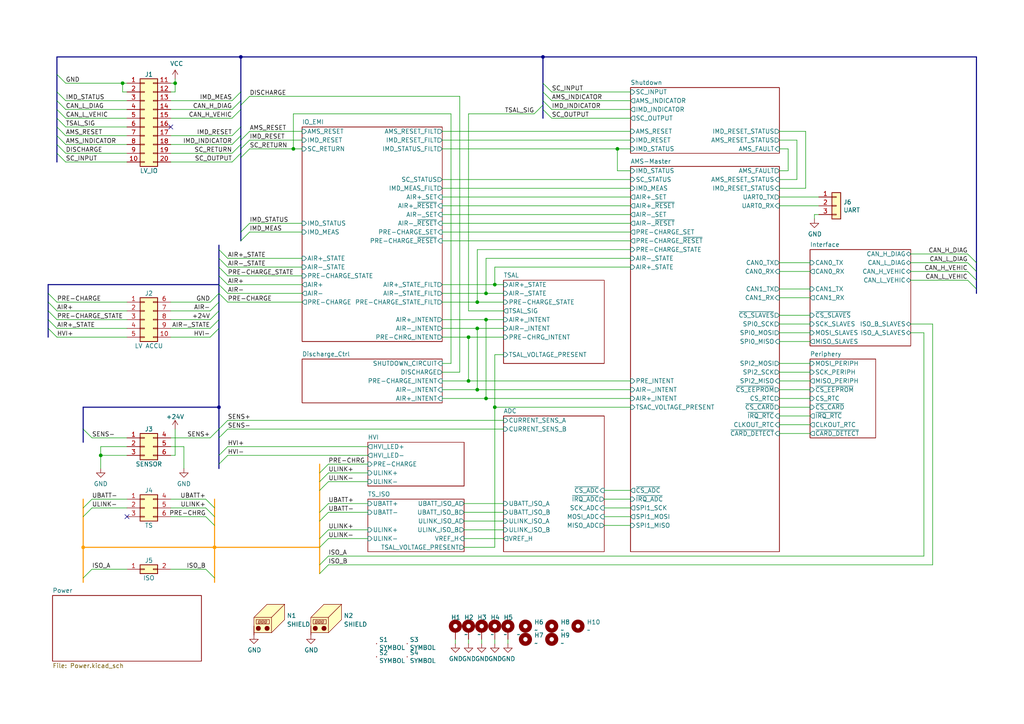
<source format=kicad_sch>
(kicad_sch (version 20211123) (generator eeschema)
  (paper "A4")
  (title_block (title "SPR23e Battery Management Unit (BMU)") (date "2023-03-25") (rev "B") (company "Scuderia Mensa HS RheinMain racing e.V.") (comment 1 "Author: Luca Engelmann") (comment 2 "Car number: 65"))
  (lib_symbols
    (symbol "Connector_Generic:Conn_01x03" (pin_names (offset 1.016) hide)
      (property "Reference" "J" (at 0 5.08 0))
      (property "Value" "Conn_01x03" (at 0 -5.08 0))
      (symbol "Conn_01x03_1_1"
        (pin passive line (at -5.08 2.54 0) (length 3.81) (name "Pin_1") (number "1"))
        (pin passive line (at -5.08 0 0) (length 3.81) (name "Pin_2") (number "2"))
        (pin passive line (at -5.08 -2.54 0) (length 3.81) (name "Pin_3") (number "3"))
      )
    )
    (symbol "Connector_Generic:Conn_02x01" (pin_names (offset 1.016) hide)
      (property "Reference" "J" (at 1.27 2.54 0))
      (property "Value" "Conn_02x01" (at 1.27 -2.54 0))
      (symbol "Conn_02x01_1_1"
        (pin passive line (at -5.08 0 0) (length 3.81) (name "Pin_1") (number "1"))
        (pin passive line (at 7.62 0 180) (length 3.81) (name "Pin_2") (number "2"))
      )
    )
    (symbol "Connector_Generic:Conn_02x03_Top_Bottom" (pin_names (offset 1.016) hide)
      (property "Reference" "J" (at 1.27 5.08 0))
      (property "Value" "Conn_02x03_Top_Bottom" (at 1.27 -5.08 0))
      (symbol "Conn_02x03_Top_Bottom_1_1"
        (pin passive line (at -5.08 2.54 0) (length 3.81) (name "Pin_1") (number "1"))
        (pin passive line (at -5.08 0 0) (length 3.81) (name "Pin_2") (number "2"))
        (pin passive line (at -5.08 -2.54 0) (length 3.81) (name "Pin_3") (number "3"))
        (pin passive line (at 7.62 2.54 180) (length 3.81) (name "Pin_4") (number "4"))
        (pin passive line (at 7.62 0 180) (length 3.81) (name "Pin_5") (number "5"))
        (pin passive line (at 7.62 -2.54 180) (length 3.81) (name "Pin_6") (number "6"))
      )
    )
    (symbol "Connector_Generic:Conn_02x05_Top_Bottom" (pin_names (offset 1.016) hide)
      (property "Reference" "J" (at 1.27 7.62 0))
      (property "Value" "Conn_02x05_Top_Bottom" (at 1.27 -7.62 0))
      (symbol "Conn_02x05_Top_Bottom_1_1"
        (pin passive line (at -5.08 5.08 0) (length 3.81) (name "Pin_1") (number "1"))
        (pin passive line (at 7.62 -5.08 180) (length 3.81) (name "Pin_10") (number "10"))
        (pin passive line (at -5.08 2.54 0) (length 3.81) (name "Pin_2") (number "2"))
        (pin passive line (at -5.08 0 0) (length 3.81) (name "Pin_3") (number "3"))
        (pin passive line (at -5.08 -2.54 0) (length 3.81) (name "Pin_4") (number "4"))
        (pin passive line (at -5.08 -5.08 0) (length 3.81) (name "Pin_5") (number "5"))
        (pin passive line (at 7.62 5.08 180) (length 3.81) (name "Pin_6") (number "6"))
        (pin passive line (at 7.62 2.54 180) (length 3.81) (name "Pin_7") (number "7"))
        (pin passive line (at 7.62 0 180) (length 3.81) (name "Pin_8") (number "8"))
        (pin passive line (at 7.62 -2.54 180) (length 3.81) (name "Pin_9") (number "9"))
      )
    )
    (symbol "Connector_Generic:Conn_02x10_Top_Bottom" (pin_names (offset 1.016) hide)
      (property "Reference" "J" (at 1.27 12.7 0))
      (property "Value" "Conn_02x10_Top_Bottom" (at 1.27 -15.24 0))
      (symbol "Conn_02x10_Top_Bottom_1_1"
        (pin passive line (at -5.08 10.16 0) (length 3.81) (name "Pin_1") (number "1"))
        (pin passive line (at -5.08 -12.7 0) (length 3.81) (name "Pin_10") (number "10"))
        (pin passive line (at 7.62 10.16 180) (length 3.81) (name "Pin_11") (number "11"))
        (pin passive line (at 7.62 7.62 180) (length 3.81) (name "Pin_12") (number "12"))
        (pin passive line (at 7.62 5.08 180) (length 3.81) (name "Pin_13") (number "13"))
        (pin passive line (at 7.62 2.54 180) (length 3.81) (name "Pin_14") (number "14"))
        (pin passive line (at 7.62 0 180) (length 3.81) (name "Pin_15") (number "15"))
        (pin passive line (at 7.62 -2.54 180) (length 3.81) (name "Pin_16") (number "16"))
        (pin passive line (at 7.62 -5.08 180) (length 3.81) (name "Pin_17") (number "17"))
        (pin passive line (at 7.62 -7.62 180) (length 3.81) (name "Pin_18") (number "18"))
        (pin passive line (at 7.62 -10.16 180) (length 3.81) (name "Pin_19") (number "19"))
        (pin passive line (at -5.08 7.62 0) (length 3.81) (name "Pin_2") (number "2"))
        (pin passive line (at 7.62 -12.7 180) (length 3.81) (name "Pin_20") (number "20"))
        (pin passive line (at -5.08 5.08 0) (length 3.81) (name "Pin_3") (number "3"))
        (pin passive line (at -5.08 2.54 0) (length 3.81) (name "Pin_4") (number "4"))
        (pin passive line (at -5.08 0 0) (length 3.81) (name "Pin_5") (number "5"))
        (pin passive line (at -5.08 -2.54 0) (length 3.81) (name "Pin_6") (number "6"))
        (pin passive line (at -5.08 -5.08 0) (length 3.81) (name "Pin_7") (number "7"))
        (pin passive line (at -5.08 -7.62 0) (length 3.81) (name "Pin_8") (number "8"))
        (pin passive line (at -5.08 -10.16 0) (length 3.81) (name "Pin_9") (number "9"))
      )
    )
    (symbol "GND_1" (power) (pin_names (offset 0))
      (property "Value" "GND_1" (at 0 -3.81 0))
      (symbol "GND_1_1_1"
        (pin power_in line (at 0 0 270) (length 0) hide (name "GND") (number "1"))
      )
    )
    (symbol "GND_2" (power) (pin_names (offset 0))
      (property "Value" "GND_2" (at 0 -3.81 0))
      (symbol "GND_2_1_1"
        (pin power_in line (at 0 0 270) (length 0) hide (name "GND") (number "1"))
      )
    )
    (symbol "GND_3" (power) (pin_names (offset 0))
      (property "Value" "GND_3" (at 0 -3.81 0))
      (symbol "GND_3_1_1"
        (pin power_in line (at 0 0 270) (length 0) hide (name "GND") (number "1"))
      )
    )
    (symbol "GND_4" (power) (pin_names (offset 0))
      (property "Value" "GND_4" (at 0 -3.81 0))
      (symbol "GND_4_1_1"
        (pin power_in line (at 0 0 270) (length 0) hide (name "GND") (number "1"))
      )
    )
    (symbol "GND_5" (power) (pin_names (offset 0))
      (property "Value" "GND_5" (at 0 -3.81 0))
      (symbol "GND_5_1_1"
        (pin power_in line (at 0 0 270) (length 0) hide (name "GND") (number "1"))
      )
    )
    (symbol "GND_6" (power) (pin_names (offset 0))
      (property "Value" "GND_6" (at 0 -3.81 0))
      (symbol "GND_6_1_1"
        (pin power_in line (at 0 0 270) (length 0) hide (name "GND") (number "1"))
      )
    )
    (symbol "GND_7" (power) (pin_names (offset 0))
      (property "Value" "GND_7" (at 0 -3.81 0))
      (symbol "GND_7_1_1"
        (pin power_in line (at 0 0 270) (length 0) hide (name "GND") (number "1"))
      )
    )
    (symbol "GND_8" (power) (pin_names (offset 0))
      (property "Value" "GND_8" (at 0 -3.81 0))
      (symbol "GND_8_1_1"
        (pin power_in line (at 0 0 270) (length 0) hide (name "GND") (number "1"))
      )
    )
    (symbol "GND_9" (power) (pin_names (offset 0))
      (property "Value" "GND_9" (at 0 -3.81 0))
      (symbol "GND_9_1_1"
        (pin power_in line (at 0 0 270) (length 0) hide (name "GND") (number "1"))
      )
    )
    (symbol "Mechanical:Housing_Pad" (pin_numbers hide) (pin_names (offset 1.016) hide)
      (property "Reference" "N" (at 4.445 0 0))
      (property "Value" "Housing_Pad" (at 4.445 -1.905 0))
      (symbol "Housing_Pad_1_1"
        (pin input line (at -5.08 -5.08 90) (length 2.54) (name "PAD") (number "1"))
      )
    )
    (symbol "Mechanical:MountingHole" (pin_names (offset 1.016))
      (property "Reference" "H" (at 0 5.08 0))
      (property "Value" "MountingHole" (at 0 3.175 0))
    )
    (symbol "Mechanical:MountingHole_Pad" (pin_numbers hide) (pin_names (offset 1.016) hide)
      (property "Reference" "H" (at 0 6.35 0))
      (property "Value" "MountingHole_Pad" (at 0 4.445 0))
      (symbol "MountingHole_Pad_1_1"
        (pin input line (at 0 -2.54 90) (length 2.54) (name "1") (number "1"))
      )
    )
    (symbol "SYMBOL_1" (pin_names (offset 1.016)) (in_bom no)
      (property "Reference" "S" (at 0 0 0))
      (property "Value" "SYMBOL_1" (at 0 0 0))
    )
    (symbol "SYMBOL_2" (pin_names (offset 1.016)) (in_bom no)
      (property "Reference" "S" (at 0 0 0))
      (property "Value" "SYMBOL_2" (at 0 0 0))
    )
    (symbol "SYMBOL_3" (pin_names (offset 1.016)) (in_bom no)
      (property "Reference" "S" (at 0 0 0))
      (property "Value" "SYMBOL_3" (at 0 0 0))
    )
    (symbol "Scuderia:SYMBOL" (pin_names (offset 1.016)) (in_bom no)
      (property "Reference" "S" (at 0 0 0))
      (property "Value" "SYMBOL" (at 0 0 0))
    )
    (symbol "power:+24V" (power) (pin_names (offset 0))
      (property "Value" "+24V" (at 0 3.556 0))
      (symbol "+24V_1_1"
        (pin power_in line (at 0 0 90) (length 0) hide (name "+24V") (number "1"))
      )
    )
    (symbol "power:GND" (power) (pin_names (offset 0))
      (property "Value" "GND" (at 0 -3.81 0))
      (symbol "GND_1_1"
        (pin power_in line (at 0 0 270) (length 0) hide (name "GND") (number "1"))
      )
    )
    (symbol "power:VCC" (power) (pin_names (offset 0))
      (property "Value" "VCC" (at 0 3.81 0))
      (symbol "VCC_1_1"
        (pin power_in line (at 0 0 90) (length 0) hide (name "VCC") (number "1"))
      )
    )
  )
  (junction (at 62.23 158.75) (color 255 153 0 1))
  (junction (at 138.43 95.25))
  (junction (at 24.13 158.75) (color 255 153 0 1))
  (junction (at 138.43 87.63))
  (junction (at 135.89 110.49))
  (junction (at 35.56 24.13))
  (junction (at 69.85 16.51))
  (junction (at 138.43 113.03))
  (junction (at 157.48 16.51))
  (junction (at 140.97 92.71))
  (junction (at 135.89 97.79))
  (junction (at 85.09 43.18))
  (junction (at 140.97 115.57))
  (junction (at 63.5 118.11))
  (junction (at 50.8 24.13))
  (junction (at 179.07 43.18))
  (junction (at 29.21 132.08))
  (junction (at 140.97 85.09))
  (junction (at 143.51 82.55))
  (junction (at 143.51 118.11))
  (no_connect (at 49.53 36.83))
  (no_connect (at 36.83 149.86))
  (bus_entry (at 92.71 148.59) (size 2.54 -2.54))
  (bus_entry (at 160.02 31.75) (size -2.54 -2.54))
  (bus_entry (at 69.85 30.48) (size 2.54 -2.54))
  (bus_entry (at 69.85 45.72) (size 2.54 -2.54))
  (bus_entry (at 60.96 87.63) (size 2.54 -2.54))
  (bus_entry (at 16.51 21.59) (size 2.54 2.54))
  (bus_entry (at 63.5 82.55) (size 2.54 2.54))
  (bus_entry (at 13.97 85.09) (size 2.54 2.54))
  (bus_entry (at 63.5 80.01) (size 2.54 2.54))
  (bus_entry (at 69.85 67.31) (size 2.54 -2.54))
  (bus_entry (at 280.67 78.74) (size 2.54 2.54))
  (bus_entry (at 60.96 95.25) (size 2.54 -2.54))
  (bus_entry (at 67.31 41.91) (size 2.54 -2.54))
  (bus_entry (at 92.71 139.7) (size 2.54 -2.54))
  (bus_entry (at 160.02 34.29) (size -2.54 -2.54))
  (bus_entry (at 13.97 90.17) (size 2.54 2.54))
  (bus_entry (at 160.02 26.67) (size -2.54 -2.54))
  (bus_entry (at 67.31 46.99) (size 2.54 -2.54))
  (bus_entry (at 59.69 147.32) (size 2.54 2.54))
  (bus_entry (at 24.13 147.32) (size 2.54 -2.54))
  (bus_entry (at 16.51 31.75) (size 2.54 2.54))
  (bus_entry (at 92.71 151.13) (size 2.54 -2.54))
  (bus_entry (at 59.69 165.1) (size 2.54 2.54))
  (bus_entry (at 16.51 29.21) (size 2.54 2.54))
  (bus_entry (at 60.96 127) (size 2.54 -2.54))
  (bus_entry (at 67.31 44.45) (size 2.54 -2.54))
  (bus_entry (at 63.5 77.47) (size 2.54 2.54))
  (bus_entry (at 59.69 149.86) (size 2.54 2.54))
  (bus_entry (at 63.5 124.46) (size 2.54 -2.54))
  (bus_entry (at 16.51 34.29) (size 2.54 2.54))
  (bus_entry (at 67.31 31.75) (size 2.54 -2.54))
  (bus_entry (at 67.31 39.37) (size 2.54 -2.54))
  (bus_entry (at 280.67 76.2) (size 2.54 2.54))
  (bus_entry (at 60.96 97.79) (size 2.54 -2.54))
  (bus_entry (at 24.13 149.86) (size 2.54 -2.54))
  (bus_entry (at 160.02 29.21) (size -2.54 -2.54))
  (bus_entry (at 67.31 34.29) (size 2.54 -2.54))
  (bus_entry (at 63.5 127) (size 2.54 -2.54))
  (bus_entry (at 157.48 30.48) (size -2.54 2.54))
  (bus_entry (at 67.31 29.21) (size 2.54 -2.54))
  (bus_entry (at 69.85 40.64) (size 2.54 -2.54))
  (bus_entry (at 280.67 81.28) (size 2.54 2.54))
  (bus_entry (at 63.5 85.09) (size 2.54 2.54))
  (bus_entry (at 92.71 137.16) (size 2.54 -2.54))
  (bus_entry (at 92.71 166.37) (size 2.54 -2.54))
  (bus_entry (at 13.97 87.63) (size 2.54 2.54))
  (bus_entry (at 16.51 39.37) (size 2.54 2.54))
  (bus_entry (at 16.51 26.67) (size 2.54 2.54))
  (bus_entry (at 92.71 158.75) (size 2.54 -2.54))
  (bus_entry (at 69.85 69.85) (size 2.54 -2.54))
  (bus_entry (at 26.67 127) (size -2.54 -2.54))
  (bus_entry (at 280.67 73.66) (size 2.54 2.54))
  (bus_entry (at 69.85 43.18) (size 2.54 -2.54))
  (bus_entry (at 24.13 167.64) (size 2.54 -2.54))
  (bus_entry (at 60.96 92.71) (size 2.54 -2.54))
  (bus_entry (at 16.51 44.45) (size 2.54 2.54))
  (bus_entry (at 16.51 97.79) (size -2.54 -2.54))
  (bus_entry (at 92.71 142.24) (size 2.54 -2.54))
  (bus_entry (at 60.96 90.17) (size 2.54 -2.54))
  (bus_entry (at 92.71 156.21) (size 2.54 -2.54))
  (bus_entry (at 63.5 134.62) (size 2.54 -2.54))
  (bus_entry (at 16.51 36.83) (size 2.54 2.54))
  (bus_entry (at 63.5 74.93) (size 2.54 2.54))
  (bus_entry (at 63.5 132.08) (size 2.54 -2.54))
  (bus_entry (at 92.71 163.83) (size 2.54 -2.54))
  (bus_entry (at 63.5 72.39) (size 2.54 2.54))
  (bus_entry (at 16.51 41.91) (size 2.54 2.54))
  (bus_entry (at 59.69 144.78) (size 2.54 2.54))
  (bus_entry (at 13.97 92.71) (size 2.54 2.54))
  (wire (pts (xy 128.27 59.69) (xy 182.88 59.69)))
  (wire (pts (xy 226.06 125.73) (xy 234.95 125.73)))
  (wire (pts (xy 128.27 57.15) (xy 182.88 57.15)))
  (wire (pts (xy 26.67 127) (xy 36.83 127)))
  (wire (pts (xy 139.7 185.42) (xy 139.7 186.69)))
  (wire (pts (xy 160.02 31.75) (xy 182.88 31.75)))
  (wire (pts (xy 140.97 92.71) (xy 140.97 115.57)))
  (bus (pts (xy 62.23 144.78) (xy 62.23 147.32)) (stroke (width 0) (color 255 153 0 1)))
  (wire (pts (xy 134.62 148.59) (xy 146.05 148.59)))
  (wire (pts (xy 226.06 93.98) (xy 234.95 93.98)))
  (bus (pts (xy 92.71 142.24) (xy 92.71 148.59)) (stroke (width 0) (color 255 153 0 1)))
  (wire (pts (xy 226.06 52.07) (xy 231.14 52.07)))
  (wire (pts (xy 128.27 69.85) (xy 182.88 69.85)))
  (wire (pts (xy 19.05 39.37) (xy 36.83 39.37)))
  (wire (pts (xy 134.62 156.21) (xy 146.05 156.21)))
  (wire (pts (xy 138.43 72.39) (xy 182.88 72.39)))
  (wire (pts (xy 138.43 95.25) (xy 146.05 95.25)))
  (bus (pts (xy 16.51 31.75) (xy 16.51 34.29)))
  (wire (pts (xy 233.68 38.1) (xy 226.06 38.1)))
  (bus (pts (xy 69.85 39.37) (xy 69.85 40.64)))
  (wire (pts (xy 128.27 67.31) (xy 182.88 67.31)))
  (bus (pts (xy 16.51 21.59) (xy 16.51 16.51)))
  (bus (pts (xy 63.5 118.11) (xy 63.5 124.46)))
  (wire (pts (xy 49.53 92.71) (xy 60.96 92.71)))
  (bus (pts (xy 69.85 45.72) (xy 69.85 67.31)))
  (bus (pts (xy 24.13 144.78) (xy 24.13 147.32)) (stroke (width 0) (color 255 153 0 1)))
  (bus (pts (xy 69.85 26.67) (xy 69.85 29.21)))
  (wire (pts (xy 128.27 38.1) (xy 182.88 38.1)))
  (wire (pts (xy 49.53 24.13) (xy 50.8 24.13)))
  (wire (pts (xy 135.89 90.17) (xy 135.89 33.02)))
  (bus (pts (xy 69.85 44.45) (xy 69.85 45.72)))
  (wire (pts (xy 16.51 95.25) (xy 36.83 95.25)))
  (bus (pts (xy 13.97 92.71) (xy 13.97 90.17)))
  (wire (pts (xy 138.43 113.03) (xy 182.88 113.03)))
  (bus (pts (xy 69.85 67.31) (xy 69.85 69.85)))
  (wire (pts (xy 140.97 92.71) (xy 146.05 92.71)))
  (wire (pts (xy 228.6 43.18) (xy 226.06 43.18)))
  (wire (pts (xy 66.04 77.47) (xy 87.63 77.47)))
  (wire (pts (xy 132.08 185.42) (xy 132.08 186.69)))
  (wire (pts (xy 49.53 31.75) (xy 67.31 31.75)))
  (wire (pts (xy 179.07 49.53) (xy 182.88 49.53)))
  (wire (pts (xy 66.04 132.08) (xy 106.68 132.08)))
  (wire (pts (xy 133.35 107.95) (xy 133.35 27.94)))
  (bus (pts (xy 62.23 147.32) (xy 62.23 149.86)) (stroke (width 0) (color 255 153 0 1)))
  (wire (pts (xy 228.6 49.53) (xy 228.6 43.18)))
  (wire (pts (xy 143.51 118.11) (xy 182.88 118.11)))
  (bus (pts (xy 63.5 124.46) (xy 63.5 127)))
  (wire (pts (xy 95.25 153.67) (xy 106.68 153.67)))
  (wire (pts (xy 130.81 105.41) (xy 130.81 33.02)))
  (bus (pts (xy 62.23 158.75) (xy 62.23 167.64)) (stroke (width 0) (color 255 153 0 1)))
  (bus (pts (xy 283.21 83.82) (xy 283.21 85.09)))
  (wire (pts (xy 49.53 34.29) (xy 67.31 34.29)))
  (wire (pts (xy 236.22 62.23) (xy 237.49 62.23)))
  (bus (pts (xy 92.71 139.7) (xy 92.71 142.24)) (stroke (width 0) (color 255 153 0 1)))
  (bus (pts (xy 157.48 30.48) (xy 157.48 31.75)))
  (wire (pts (xy 128.27 82.55) (xy 143.51 82.55)))
  (bus (pts (xy 63.5 72.39) (xy 63.5 74.93)))
  (wire (pts (xy 128.27 85.09) (xy 140.97 85.09)))
  (bus (pts (xy 13.97 90.17) (xy 13.97 87.63)))
  (wire (pts (xy 226.06 120.65) (xy 234.95 120.65)))
  (bus (pts (xy 24.13 147.32) (xy 24.13 149.86)) (stroke (width 0) (color 255 153 0 1)))
  (bus (pts (xy 63.5 74.93) (xy 63.5 77.47)))
  (wire (pts (xy 236.22 63.5) (xy 236.22 62.23)))
  (wire (pts (xy 85.09 33.02) (xy 85.09 43.18)))
  (wire (pts (xy 140.97 115.57) (xy 182.88 115.57)))
  (wire (pts (xy 16.51 92.71) (xy 36.83 92.71)))
  (bus (pts (xy 283.21 81.28) (xy 283.21 83.82)))
  (wire (pts (xy 264.16 93.98) (xy 270.51 93.98)))
  (bus (pts (xy 157.48 16.51) (xy 283.21 16.51)))
  (wire (pts (xy 128.27 64.77) (xy 182.88 64.77)))
  (wire (pts (xy 95.25 148.59) (xy 106.68 148.59)))
  (wire (pts (xy 95.25 163.83) (xy 270.51 163.83)))
  (bus (pts (xy 69.85 43.18) (xy 69.85 44.45)))
  (wire (pts (xy 19.05 36.83) (xy 36.83 36.83)))
  (wire (pts (xy 175.26 144.78) (xy 182.88 144.78)))
  (wire (pts (xy 134.62 158.75) (xy 143.51 158.75)))
  (wire (pts (xy 49.53 90.17) (xy 60.96 90.17)))
  (wire (pts (xy 233.68 54.61) (xy 233.68 38.1)))
  (bus (pts (xy 69.85 31.75) (xy 69.85 36.83)))
  (wire (pts (xy 66.04 129.54) (xy 106.68 129.54)))
  (wire (pts (xy 72.39 40.64) (xy 87.63 40.64)))
  (wire (pts (xy 138.43 87.63) (xy 146.05 87.63)))
  (wire (pts (xy 49.53 41.91) (xy 67.31 41.91)))
  (wire (pts (xy 50.8 26.67) (xy 50.8 24.13)))
  (bus (pts (xy 92.71 134.62) (xy 92.71 137.16)) (stroke (width 0) (color 255 153 0 1)))
  (bus (pts (xy 63.5 134.62) (xy 63.5 135.89)))
  (bus (pts (xy 283.21 76.2) (xy 283.21 78.74)))
  (bus (pts (xy 283.21 16.51) (xy 283.21 76.2)))
  (wire (pts (xy 128.27 62.23) (xy 182.88 62.23)))
  (wire (pts (xy 270.51 93.98) (xy 270.51 163.83)))
  (bus (pts (xy 24.13 149.86) (xy 24.13 158.75)) (stroke (width 0) (color 255 153 0 1)))
  (wire (pts (xy 66.04 121.92) (xy 146.05 121.92)))
  (wire (pts (xy 226.06 54.61) (xy 233.68 54.61)))
  (wire (pts (xy 226.06 76.2) (xy 234.95 76.2)))
  (wire (pts (xy 226.06 59.69) (xy 237.49 59.69)))
  (wire (pts (xy 49.53 149.86) (xy 59.69 149.86)))
  (wire (pts (xy 231.14 52.07) (xy 231.14 40.64)))
  (wire (pts (xy 226.06 83.82) (xy 234.95 83.82)))
  (bus (pts (xy 92.71 163.83) (xy 92.71 166.37)) (stroke (width 0) (color 255 153 0 1)))
  (wire (pts (xy 128.27 43.18) (xy 179.07 43.18)))
  (wire (pts (xy 134.62 146.05) (xy 146.05 146.05)))
  (wire (pts (xy 95.25 139.7) (xy 106.68 139.7)))
  (wire (pts (xy 226.06 110.49) (xy 234.95 110.49)))
  (wire (pts (xy 49.53 39.37) (xy 67.31 39.37)))
  (wire (pts (xy 138.43 87.63) (xy 138.43 72.39)))
  (wire (pts (xy 95.25 137.16) (xy 106.68 137.16)))
  (wire (pts (xy 128.27 40.64) (xy 182.88 40.64)))
  (bus (pts (xy 16.51 36.83) (xy 16.51 39.37)))
  (wire (pts (xy 49.53 97.79) (xy 60.96 97.79)))
  (bus (pts (xy 13.97 87.63) (xy 13.97 85.09)))
  (wire (pts (xy 19.05 29.21) (xy 36.83 29.21)))
  (bus (pts (xy 283.21 78.74) (xy 283.21 81.28)))
  (bus (pts (xy 63.5 87.63) (xy 63.5 90.17)))
  (wire (pts (xy 35.56 26.67) (xy 35.56 24.13)))
  (bus (pts (xy 62.23 152.4) (xy 62.23 158.75)) (stroke (width 0) (color 255 153 0 1)))
  (wire (pts (xy 19.05 24.13) (xy 35.56 24.13)))
  (wire (pts (xy 95.25 134.62) (xy 106.68 134.62)))
  (wire (pts (xy 49.53 95.25) (xy 60.96 95.25)))
  (bus (pts (xy 62.23 167.64) (xy 62.23 168.91)) (stroke (width 0) (color 255 153 0 1)))
  (bus (pts (xy 13.97 85.09) (xy 13.97 82.55)))
  (bus (pts (xy 63.5 85.09) (xy 63.5 87.63)))
  (bus (pts (xy 16.51 34.29) (xy 16.51 36.83)))
  (wire (pts (xy 264.16 73.66) (xy 280.67 73.66)))
  (wire (pts (xy 267.97 161.29) (xy 267.97 96.52)))
  (wire (pts (xy 226.06 99.06) (xy 234.95 99.06)))
  (wire (pts (xy 140.97 74.93) (xy 182.88 74.93)))
  (wire (pts (xy 226.06 123.19) (xy 234.95 123.19)))
  (wire (pts (xy 19.05 46.99) (xy 36.83 46.99)))
  (bus (pts (xy 63.5 132.08) (xy 63.5 134.62)))
  (wire (pts (xy 128.27 87.63) (xy 138.43 87.63)))
  (wire (pts (xy 29.21 132.08) (xy 29.21 135.89)))
  (bus (pts (xy 24.13 118.11) (xy 63.5 118.11)))
  (wire (pts (xy 134.62 153.67) (xy 146.05 153.67)))
  (bus (pts (xy 69.85 29.21) (xy 69.85 30.48)))
  (wire (pts (xy 16.51 97.79) (xy 36.83 97.79)))
  (bus (pts (xy 24.13 158.75) (xy 24.13 167.64)) (stroke (width 0) (color 255 153 0 1)))
  (wire (pts (xy 16.51 87.63) (xy 36.83 87.63)))
  (wire (pts (xy 130.81 33.02) (xy 85.09 33.02)))
  (wire (pts (xy 128.27 97.79) (xy 135.89 97.79)))
  (wire (pts (xy 50.8 22.86) (xy 50.8 24.13)))
  (bus (pts (xy 157.48 31.75) (xy 157.48 34.29)))
  (wire (pts (xy 36.83 26.67) (xy 35.56 26.67)))
  (wire (pts (xy 128.27 115.57) (xy 140.97 115.57)))
  (wire (pts (xy 128.27 92.71) (xy 140.97 92.71)))
  (bus (pts (xy 24.13 167.64) (xy 24.13 168.91)) (stroke (width 0) (color 255 153 0 1)))
  (bus (pts (xy 16.51 16.51) (xy 69.85 16.51)))
  (wire (pts (xy 26.67 144.78) (xy 36.83 144.78)))
  (wire (pts (xy 19.05 41.91) (xy 36.83 41.91)))
  (wire (pts (xy 50.8 124.46) (xy 50.8 132.08)))
  (bus (pts (xy 63.5 71.12) (xy 63.5 72.39)))
  (wire (pts (xy 66.04 74.93) (xy 87.63 74.93)))
  (bus (pts (xy 63.5 82.55) (xy 63.5 85.09)))
  (wire (pts (xy 226.06 107.95) (xy 234.95 107.95)))
  (wire (pts (xy 140.97 85.09) (xy 140.97 74.93)))
  (wire (pts (xy 16.51 90.17) (xy 36.83 90.17)))
  (wire (pts (xy 49.53 29.21) (xy 67.31 29.21)))
  (bus (pts (xy 69.85 16.51) (xy 157.48 16.51)))
  (bus (pts (xy 24.13 124.46) (xy 24.13 118.11)))
  (wire (pts (xy 143.51 118.11) (xy 143.51 158.75)))
  (wire (pts (xy 49.53 44.45) (xy 67.31 44.45)))
  (bus (pts (xy 157.48 29.21) (xy 157.48 30.48)))
  (wire (pts (xy 29.21 129.54) (xy 36.83 129.54)))
  (wire (pts (xy 143.51 77.47) (xy 182.88 77.47)))
  (wire (pts (xy 19.05 31.75) (xy 36.83 31.75)))
  (bus (pts (xy 16.51 26.67) (xy 16.51 29.21)))
  (wire (pts (xy 179.07 49.53) (xy 179.07 43.18)))
  (wire (pts (xy 49.53 129.54) (xy 53.34 129.54)))
  (wire (pts (xy 49.53 87.63) (xy 60.96 87.63)))
  (wire (pts (xy 95.25 146.05) (xy 106.68 146.05)))
  (wire (pts (xy 66.04 124.46) (xy 146.05 124.46)))
  (wire (pts (xy 135.89 97.79) (xy 146.05 97.79)))
  (bus (pts (xy 69.85 16.51) (xy 69.85 26.67)))
  (bus (pts (xy 92.71 137.16) (xy 92.71 139.7)) (stroke (width 0) (color 255 153 0 1)))
  (wire (pts (xy 128.27 52.07) (xy 182.88 52.07)))
  (wire (pts (xy 179.07 43.18) (xy 182.88 43.18)))
  (wire (pts (xy 72.39 64.77) (xy 87.63 64.77)))
  (wire (pts (xy 26.67 165.1) (xy 36.83 165.1)))
  (wire (pts (xy 35.56 24.13) (xy 36.83 24.13)))
  (wire (pts (xy 175.26 147.32) (xy 182.88 147.32)))
  (wire (pts (xy 49.53 46.99) (xy 67.31 46.99)))
  (bus (pts (xy 69.85 40.64) (xy 69.85 41.91)))
  (wire (pts (xy 226.06 91.44) (xy 234.95 91.44)))
  (wire (pts (xy 175.26 142.24) (xy 182.88 142.24)))
  (wire (pts (xy 134.62 151.13) (xy 146.05 151.13)))
  (wire (pts (xy 143.51 82.55) (xy 143.51 77.47)))
  (wire (pts (xy 50.8 132.08) (xy 49.53 132.08)))
  (wire (pts (xy 53.34 129.54) (xy 53.34 135.89)))
  (wire (pts (xy 264.16 78.74) (xy 280.67 78.74)))
  (wire (pts (xy 226.06 115.57) (xy 234.95 115.57)))
  (bus (pts (xy 16.51 44.45) (xy 16.51 46.99)))
  (wire (pts (xy 160.02 34.29) (xy 182.88 34.29)))
  (wire (pts (xy 264.16 76.2) (xy 280.67 76.2)))
  (wire (pts (xy 72.39 27.94) (xy 133.35 27.94)))
  (wire (pts (xy 264.16 96.52) (xy 267.97 96.52)))
  (bus (pts (xy 157.48 16.51) (xy 157.48 24.13)))
  (wire (pts (xy 66.04 85.09) (xy 87.63 85.09)))
  (bus (pts (xy 157.48 24.13) (xy 157.48 26.67)))
  (wire (pts (xy 226.06 105.41) (xy 234.95 105.41)))
  (wire (pts (xy 226.06 113.03) (xy 234.95 113.03)))
  (wire (pts (xy 135.89 110.49) (xy 182.88 110.49)))
  (wire (pts (xy 128.27 95.25) (xy 138.43 95.25)))
  (wire (pts (xy 135.89 33.02) (xy 154.94 33.02)))
  (wire (pts (xy 26.67 147.32) (xy 36.83 147.32)))
  (wire (pts (xy 66.04 87.63) (xy 87.63 87.63)))
  (bus (pts (xy 16.51 29.21) (xy 16.51 31.75)))
  (wire (pts (xy 226.06 57.15) (xy 237.49 57.15)))
  (bus (pts (xy 69.85 30.48) (xy 69.85 31.75)))
  (wire (pts (xy 128.27 105.41) (xy 130.81 105.41)))
  (bus (pts (xy 69.85 36.83) (xy 69.85 39.37)))
  (wire (pts (xy 226.06 49.53) (xy 228.6 49.53)))
  (wire (pts (xy 19.05 44.45) (xy 36.83 44.45)))
  (wire (pts (xy 146.05 90.17) (xy 135.89 90.17)))
  (bus (pts (xy 157.48 26.67) (xy 157.48 29.21)))
  (wire (pts (xy 19.05 34.29) (xy 36.83 34.29)))
  (bus (pts (xy 92.71 148.59) (xy 92.71 151.13)) (stroke (width 0) (color 255 153 0 1)))
  (wire (pts (xy 49.53 144.78) (xy 59.69 144.78)))
  (bus (pts (xy 63.5 77.47) (xy 63.5 80.01)))
  (bus (pts (xy 16.51 39.37) (xy 16.51 41.91)))
  (wire (pts (xy 160.02 26.67) (xy 182.88 26.67)))
  (bus (pts (xy 63.5 80.01) (xy 63.5 82.55)))
  (bus (pts (xy 16.51 41.91) (xy 16.51 44.45)))
  (wire (pts (xy 29.21 132.08) (xy 36.83 132.08)))
  (wire (pts (xy 138.43 95.25) (xy 138.43 113.03)))
  (wire (pts (xy 128.27 54.61) (xy 182.88 54.61)))
  (bus (pts (xy 63.5 95.25) (xy 63.5 118.11)))
  (wire (pts (xy 85.09 43.18) (xy 87.63 43.18)))
  (bus (pts (xy 63.5 127) (xy 63.5 132.08)))
  (bus (pts (xy 62.23 149.86) (xy 62.23 152.4)) (stroke (width 0) (color 255 153 0 1)))
  (wire (pts (xy 147.32 185.42) (xy 147.32 186.69)))
  (bus (pts (xy 13.97 95.25) (xy 13.97 97.79)))
  (wire (pts (xy 66.04 82.55) (xy 87.63 82.55)))
  (wire (pts (xy 72.39 43.18) (xy 85.09 43.18)))
  (wire (pts (xy 160.02 29.21) (xy 182.88 29.21)))
  (wire (pts (xy 72.39 67.31) (xy 87.63 67.31)))
  (wire (pts (xy 175.26 149.86) (xy 182.88 149.86)))
  (bus (pts (xy 92.71 158.75) (xy 92.71 163.83)) (stroke (width 0) (color 255 153 0 1)))
  (wire (pts (xy 226.06 86.36) (xy 234.95 86.36)))
  (wire (pts (xy 49.53 147.32) (xy 59.69 147.32)))
  (wire (pts (xy 95.25 161.29) (xy 267.97 161.29)))
  (wire (pts (xy 29.21 129.54) (xy 29.21 132.08)))
  (wire (pts (xy 128.27 113.03) (xy 138.43 113.03)))
  (wire (pts (xy 143.51 102.87) (xy 143.51 118.11)))
  (wire (pts (xy 95.25 156.21) (xy 106.68 156.21)))
  (wire (pts (xy 143.51 102.87) (xy 146.05 102.87)))
  (bus (pts (xy 24.13 128.27) (xy 24.13 124.46)))
  (bus (pts (xy 13.97 95.25) (xy 13.97 92.71)))
  (wire (pts (xy 143.51 185.42) (xy 143.51 186.69)))
  (wire (pts (xy 231.14 40.64) (xy 226.06 40.64)))
  (wire (pts (xy 226.06 96.52) (xy 234.95 96.52)))
  (bus (pts (xy 13.97 82.55) (xy 63.5 82.55)))
  (wire (pts (xy 49.53 127) (xy 60.96 127)))
  (bus (pts (xy 92.71 151.13) (xy 92.71 156.21)) (stroke (width 0) (color 255 153 0 1)))
  (wire (pts (xy 226.06 78.74) (xy 234.95 78.74)))
  (bus (pts (xy 62.23 158.75) (xy 92.71 158.75)) (stroke (width 0) (color 255 153 0 1)))
  (bus (pts (xy 63.5 90.17) (xy 63.5 92.71)))
  (bus (pts (xy 92.71 156.21) (xy 92.71 158.75)) (stroke (width 0) (color 255 153 0 1)))
  (wire (pts (xy 49.53 165.1) (xy 59.69 165.1)))
  (wire (pts (xy 128.27 107.95) (xy 133.35 107.95)))
  (bus (pts (xy 63.5 92.71) (xy 63.5 95.25)))
  (wire (pts (xy 135.89 185.42) (xy 135.89 186.69)))
  (wire (pts (xy 49.53 26.67) (xy 50.8 26.67)))
  (wire (pts (xy 128.27 110.49) (xy 135.89 110.49)))
  (wire (pts (xy 66.04 80.01) (xy 87.63 80.01)))
  (bus (pts (xy 16.51 21.59) (xy 16.51 26.67)))
  (wire (pts (xy 175.26 152.4) (xy 182.88 152.4)))
  (wire (pts (xy 264.16 81.28) (xy 280.67 81.28)))
  (wire (pts (xy 135.89 97.79) (xy 135.89 110.49)))
  (wire (pts (xy 72.39 38.1) (xy 87.63 38.1)))
  (wire (pts (xy 226.06 118.11) (xy 234.95 118.11)))
  (wire (pts (xy 140.97 85.09) (xy 146.05 85.09)))
  (wire (pts (xy 143.51 82.55) (xy 146.05 82.55)))
  (bus (pts (xy 24.13 158.75) (xy 62.23 158.75)) (stroke (width 0) (color 255 153 0 1)))
  (bus (pts (xy 69.85 41.91) (xy 69.85 43.18)))
  (label "AIR-_STATE" (at 66.04 77.47 0))
  (label "PRE-CHARGE" (at 16.51 87.63 0))
  (label "IMD_RESET" (at 72.39 40.64 0))
  (label "UBATT-" (at 26.67 144.78 0))
  (label "PRE-CHARGE_STATE" (at 16.51 92.71 0))
  (label "PRE-CHARGE" (at 66.04 87.63 0))
  (label "IMD_INDICATOR" (at 160.02 31.75 0))
  (label "CAN_L_DIAG" (at 280.67 76.2 180))
  (label "AIR+_STATE" (at 66.04 74.93 0))
  (label "SENS+" (at 60.96 127 180))
  (label "IMD_STATUS" (at 72.39 64.77 0))
  (label "ULINK+" (at 95.25 137.16 0))
  (label "CAN_L_VEHIC" (at 19.05 34.29 0))
  (label "ULINK+" (at 95.25 153.67 0))
  (label "SC_INPUT" (at 19.05 46.99 0))
  (label "GND" (at 60.96 87.63 180))
  (label "AMS_INDICATOR" (at 160.02 29.21 0))
  (label "SC_OUTPUT" (at 67.31 46.99 180))
  (label "SENS-" (at 26.67 127 0))
  (label "CAN_H_VEHIC" (at 280.67 78.74 180))
  (label "IMD_RESET" (at 67.31 39.37 180))
  (label "IMD_STATUS" (at 19.05 29.21 0))
  (label "CAN_L_VEHIC" (at 280.67 81.28 180))
  (label "ISO_B" (at 95.25 163.83 0))
  (label "UBATT+" (at 95.25 146.05 0))
  (label "CAN_H_DIAG" (at 280.67 73.66 180))
  (label "ULINK-" (at 95.25 156.21 0))
  (label "PRE-CHARGE_STATE" (at 66.04 80.01 0))
  (label "HVI+" (at 16.51 97.79 0))
  (label "PRE-CHRG" (at 59.69 149.86 180))
  (label "ULINK+" (at 59.69 147.32 180))
  (label "ULINK-" (at 26.67 147.32 0))
  (label "IMD_MEAS" (at 72.39 67.31 0))
  (label "SC_INPUT" (at 160.02 26.67 0))
  (label "SENS-" (at 66.04 124.46 0))
  (label "SC_RETURN" (at 67.31 44.45 180))
  (label "DISCHARGE" (at 72.39 27.94 0))
  (label "ISO_A" (at 95.25 161.29 0))
  (label "AIR+" (at 66.04 82.55 0))
  (label "AMS_INDICATOR" (at 19.05 41.91 0))
  (label "UBATT-" (at 95.25 148.59 0))
  (label "GND" (at 19.05 24.13 0))
  (label "AMS_RESET" (at 72.39 38.1 0))
  (label "SC_OUTPUT" (at 160.02 34.29 0))
  (label "AIR+_STATE" (at 16.51 95.25 0))
  (label "TSAL_SIG" (at 154.94 33.02 180))
  (label "CAN_H_VEHIC" (at 67.31 34.29 180))
  (label "IMD_MEAS" (at 67.31 29.21 180))
  (label "IMD_INDICATOR" (at 67.31 41.91 180))
  (label "AIR+" (at 16.51 90.17 0))
  (label "+24V" (at 60.96 92.71 180))
  (label "ULINK-" (at 95.25 139.7 0))
  (label "CAN_H_DIAG" (at 67.31 31.75 180))
  (label "AMS_RESET" (at 19.05 39.37 0))
  (label "AIR-_STATE" (at 60.96 95.25 180))
  (label "UBATT+" (at 59.69 144.78 180))
  (label "TSAL_SIG" (at 19.05 36.83 0))
  (label "HVI-" (at 60.96 97.79 180))
  (label "SC_RETURN" (at 72.39 43.18 0))
  (label "ISO_B" (at 59.69 165.1 180))
  (label "DISCHARGE" (at 19.05 44.45 0))
  (label "AIR-" (at 60.96 90.17 180))
  (label "AIR-" (at 66.04 85.09 0))
  (label "HVI+" (at 66.04 129.54 0))
  (label "PRE-CHRG" (at 95.25 134.62 0))
  (label "ISO_A" (at 26.67 165.1 0))
  (label "SENS+" (at 66.04 121.92 0))
  (label "CAN_L_DIAG" (at 19.05 31.75 0))
  (label "HVI-" (at 66.04 132.08 0))
  (symbol (lib_id "Mechanical:MountingHole") (at 160.02 181.61 0) (unit 1)
    (property "Reference" "H8" (at 162.56 180.4416 0) (effects (justify left)))
    (property "Value" "~" (at 162.56 182.753 0) (effects (justify left)))
    (property "Footprint" "MountingHole:MountingHole_4.3mm_M4_ISO14580" (effects hide))
  )
  (symbol (lib_id "Mechanical:MountingHole_Pad") (at 143.51 182.88 0) (unit 1)
    (property "Reference" "H4" (at 142.24 179.07 0) (effects (justify left)))
    (property "Value" "~" (at 146.05 184.023 0) (effects (justify left)))
    (property "Footprint" "MountingHole:MountingHole_4.3mm_M4_Pad_Via" (effects hide))
  )
  (symbol (lib_id "Mechanical:MountingHole") (at 152.4 185.42 0) (unit 1)
    (property "Reference" "H7" (at 154.94 184.2516 0) (effects (justify left)))
    (property "Value" "~" (at 154.94 186.563 0) (effects (justify left)))
    (property "Footprint" "MountingHole:MountingHole_4.3mm_M4_ISO14580" (effects hide))
  )
  (symbol (lib_id "Mechanical:MountingHole") (at 160.02 185.42 0) (unit 1)
    (property "Reference" "H9" (at 162.56 184.2516 0) (effects (justify left)))
    (property "Value" "~" (at 162.56 186.563 0) (effects (justify left)))
    (property "Footprint" "MountingHole:MountingHole_4.3mm_M4_ISO14580" (effects hide))
  )
  (symbol (lib_id "Mechanical:MountingHole") (at 167.64 181.61 0) (unit 1)
    (property "Reference" "H10" (at 170.18 180.4416 0) (effects (justify left)))
    (property "Value" "~" (at 170.18 182.753 0) (effects (justify left)))
    (property "Footprint" "MountingHole:MountingHole_4.3mm_M4_ISO14580" (effects hide))
  )
  (symbol (lib_id "Mechanical:MountingHole_Pad") (at 147.32 182.88 0) (unit 1)
    (property "Reference" "H5" (at 146.05 179.07 0) (effects (justify left)))
    (property "Value" "~" (at 149.86 184.023 0) (effects (justify left)))
    (property "Footprint" "MountingHole:MountingHole_4.3mm_M4_Pad_Via" (effects hide))
  )
  (symbol (lib_name "SYMBOL_3") (lib_id "Scuderia:SYMBOL") (at 118.11 186.69 0) (unit 1)
    (property "Reference" "S3" (at 118.8212 185.5216 0) (effects (justify left)))
    (property "Value" "SYMBOL" (at 118.8212 187.833 0) (effects (justify left)))
    (property "Footprint" "Scuderia:HV_WARNING_SMALL" (effects hide))
  )
  (symbol (lib_id "Scuderia:SYMBOL") (at 118.11 190.5 0) (unit 1)
    (property "Reference" "S4" (at 118.8212 189.3316 0) (effects (justify left)))
    (property "Value" "SYMBOL" (at 118.8212 191.643 0) (effects (justify left)))
    (property "Footprint" "Scuderia:HV_WARNING_SMALL" (effects hide))
  )
  (symbol (lib_name "SYMBOL_2") (lib_id "Scuderia:SYMBOL") (at 109.22 186.69 0) (unit 1)
    (property "Reference" "S1" (at 109.9312 185.5216 0) (effects (justify left)))
    (property "Value" "SYMBOL" (at 109.9312 187.833 0) (effects (justify left)))
    (property "Footprint" "Scuderia:Scuderia-Logo-Klein" (effects hide))
  )
  (symbol (lib_name "SYMBOL_1") (lib_id "Scuderia:SYMBOL") (at 109.22 190.5 0) (unit 1)
    (property "Reference" "S2" (at 109.9312 189.3316 0) (effects (justify left)))
    (property "Value" "SYMBOL" (at 109.9312 191.643 0) (effects (justify left)))
    (property "Footprint" "Scuderia:Wappen-klein" (effects hide))
  )
  (symbol (lib_id "Mechanical:Housing_Pad") (at 78.74 179.07 0) (unit 1)
    (property "Reference" "N1" (at 83.185 178.5528 0) (effects (justify left)))
    (property "Value" "SHIELD" (at 83.185 181.0897 0) (effects (justify left)))
    (property "Footprint" "Scuderia:SHIELD_FINGER_TE_1734303-1" (effects hide))
  )
  (symbol (lib_id "power:VCC") (at 50.8 22.86 0) (unit 1)
    (property "Reference" "#PWR02" (effects hide))
    (property "Value" "VCC" (at 51.2318 18.4658 0))
  )
  (symbol (lib_id "Mechanical:MountingHole_Pad") (at 135.89 182.88 0) (unit 1)
    (property "Reference" "H2" (at 134.62 179.07 0) (effects (justify left)))
    (property "Value" "~" (at 138.43 184.023 0) (effects (justify left)))
    (property "Footprint" "MountingHole:MountingHole_4.3mm_M4_Pad_Via" (effects hide))
  )
  (symbol (lib_id "Mechanical:MountingHole_Pad") (at 139.7 182.88 0) (unit 1)
    (property "Reference" "H3" (at 138.43 179.07 0) (effects (justify left)))
    (property "Value" "~" (at 142.24 184.023 0) (effects (justify left)))
    (property "Footprint" "MountingHole:MountingHole_4.3mm_M4_Pad_Via" (effects hide))
  )
  (symbol (lib_name "GND_4") (lib_id "power:GND") (at 139.7 186.69 0) (unit 1)
    (property "Reference" "#PWR09" (effects hide))
    (property "Value" "GND" (at 139.827 191.0842 0))
  )
  (symbol (lib_name "GND_1") (lib_id "power:GND") (at 236.22 63.5 0) (unit 1)
    (property "Reference" "#PWR012" (effects hide))
    (property "Value" "GND" (at 236.347 67.8942 0))
  )
  (symbol (lib_name "GND_8") (lib_id "power:GND") (at 90.17 184.15 0) (unit 1)
    (property "Reference" "#PWR06" (effects hide))
    (property "Value" "GND" (at 90.297 188.5442 0))
  )
  (symbol (lib_name "GND_2") (lib_id "power:GND") (at 147.32 186.69 0) (unit 1)
    (property "Reference" "#PWR011" (effects hide))
    (property "Value" "GND" (at 147.447 191.0842 0))
  )
  (symbol (lib_name "GND_9") (lib_id "power:GND") (at 53.34 135.89 0) (unit 1)
    (property "Reference" "#PWR04" (effects hide))
    (property "Value" "GND" (at 53.34 140.3334 0))
  )
  (symbol (lib_id "Mechanical:MountingHole") (at 152.4 181.61 0) (unit 1)
    (property "Reference" "H6" (at 154.94 180.4416 0) (effects (justify left)))
    (property "Value" "~" (at 154.94 182.753 0) (effects (justify left)))
    (property "Footprint" "MountingHole:MountingHole_4.3mm_M4_ISO14580" (effects hide))
  )
  (symbol (lib_id "Connector_Generic:Conn_02x05_Top_Bottom") (at 41.91 92.71 0) (unit 1)
    (property "Reference" "J2" (at 43.18 85.09 0))
    (property "Value" "LV ACCU" (at 43.18 100.33 0))
    (property "Footprint" "Connector_Molex:Molex_Micro-Fit_3.0_43045-1000_2x05_P3.00mm_Horizontal" (effects hide))
  )
  (symbol (lib_id "Connector_Generic:Conn_02x03_Top_Bottom") (at 41.91 129.54 0) (unit 1)
    (property "Reference" "J3" (at 43.18 124.46 0))
    (property "Value" "SENSOR" (at 43.18 134.62 0))
    (property "Footprint" "Connector_Molex:Molex_Micro-Fit_3.0_43045-0600_2x03_P3.00mm_Horizontal" (effects hide))
  )
  (symbol (lib_id "Connector_Generic:Conn_02x10_Top_Bottom") (at 41.91 34.29 0) (unit 1)
    (property "Reference" "J1" (at 43.18 21.59 0))
    (property "Value" "LV_IO" (at 43.18 49.53 0))
    (property "Footprint" "Connector_Molex:Molex_Micro-Fit_3.0_43045-2000_2x10_P3.00mm_Horizontal" (effects hide))
  )
  (symbol (lib_name "GND_7") (lib_id "power:GND") (at 73.66 184.15 0) (unit 1)
    (property "Reference" "#PWR05" (effects hide))
    (property "Value" "GND" (at 73.787 188.5442 0))
  )
  (symbol (lib_name "GND_5") (lib_id "power:GND") (at 135.89 186.69 0) (unit 1)
    (property "Reference" "#PWR08" (effects hide))
    (property "Value" "GND" (at 136.017 191.0842 0))
  )
  (symbol (lib_id "Connector_Generic:Conn_02x01") (at 41.91 165.1 0) (unit 1)
    (property "Reference" "J5" (at 43.18 162.56 0))
    (property "Value" "ISO" (at 43.18 167.64 0))
    (property "Footprint" "Connector_Molex:Molex_Micro-Fit_3.0_43045-0200_2x01_P3.00mm_Horizontal" (effects hide))
  )
  (symbol (lib_name "GND_3") (lib_id "power:GND") (at 143.51 186.69 0) (unit 1)
    (property "Reference" "#PWR010" (effects hide))
    (property "Value" "GND" (at 143.637 191.0842 0))
  )
  (symbol (lib_id "Mechanical:MountingHole_Pad") (at 132.08 182.88 0) (unit 1)
    (property "Reference" "H1" (at 130.81 179.07 0) (effects (justify left)))
    (property "Value" "~" (at 134.62 184.023 0) (effects (justify left)))
    (property "Footprint" "MountingHole:MountingHole_4.3mm_M4_Pad_Via" (effects hide))
  )
  (symbol (lib_name "GND_6") (lib_id "power:GND") (at 132.08 186.69 0) (unit 1)
    (property "Reference" "#PWR07" (effects hide))
    (property "Value" "GND" (at 132.207 191.0842 0))
  )
  (symbol (lib_id "Connector_Generic:Conn_02x03_Top_Bottom") (at 41.91 147.32 0) (unit 1)
    (property "Reference" "J4" (at 43.18 142.24 0))
    (property "Value" "TS" (at 43.18 152.4 0))
    (property "Footprint" "Connector_Molex:Molex_Micro-Fit_3.0_43045-0600_2x03_P3.00mm_Horizontal" (effects hide))
  )
  (symbol (lib_id "power:+24V") (at 50.8 124.46 0) (unit 1)
    (property "Reference" "#PWR03" (effects hide))
    (property "Value" "+24V" (at 50.8 120.8842 0))
  )
  (symbol (lib_id "Connector_Generic:Conn_01x03") (at 242.57 59.69 0) (unit 1)
    (property "Reference" "J6" (at 244.602 58.6232 0) (effects (justify left)))
    (property "Value" "UART" (at 244.602 60.9346 0) (effects (justify left)))
    (property "Footprint" "Connector_PinHeader_2.54mm:PinHeader_1x03_P2.54mm_Vertical" (effects hide))
  )
  (symbol (lib_id "power:GND") (at 29.21 135.89 0) (unit 1)
    (property "Reference" "#PWR01" (effects hide))
    (property "Value" "GND" (at 29.21 140.3334 0))
  )
  (symbol (lib_id "Mechanical:Housing_Pad") (at 95.25 179.07 0) (unit 1)
    (property "Reference" "N2" (at 99.695 178.5528 0) (effects (justify left)))
    (property "Value" "SHIELD" (at 99.695 181.0897 0) (effects (justify left)))
    (property "Footprint" "Scuderia:SHIELD_FINGER_TE_1734303-1" (effects hide))
  )
  (sheet (at 182.88 48.26) (size 43.18 111.76)
    (property "Sheet name" "AMS-Master" (at 182.88 47.5484 0) (effects (justify left bottom)))
    (property "Sheet file" "AMS-Master.kicad_sch" (effects hide))
    (pin "IMD_STATUS" input (at 182.88 49.53 180))
    (pin "IMD_MEAS" input (at 182.88 54.61 180))
    (pin "SC_STATUS" input (at 182.88 52.07 180))
    (pin "AMS_FAULT" output (at 226.06 49.53 0))
    (pin "IMD_RESET_STATUS" input (at 226.06 54.61 0))
    (pin "AMS_RESET_STATUS" input (at 226.06 52.07 0))
    (pin "AIR+_STATE" input (at 182.88 77.47 180))
    (pin "AIR-_STATE" input (at 182.88 74.93 180))
    (pin "PRE-CHARGE_STATE" input (at 182.88 72.39 180))
    (pin "CAN0_TX" output (at 226.06 76.2 0))
    (pin "CAN0_RX" input (at 226.06 78.74 0))
    (pin "SPI0_MOSI" output (at 226.06 96.52 0))
    (pin "SPI1_SCK" output (at 182.88 147.32 180))
    (pin "SPI1_MISO" input (at 182.88 152.4 180))
    (pin "SPI1_MOSI" output (at 182.88 149.86 180))
    (pin "SPI2_MOSI" output (at 226.06 105.41 0))
    (pin "UART0_TX" output (at 226.06 57.15 0))
    (pin "UART0_RX" input (at 226.06 59.69 0))
    (pin "CAN1_TX" output (at 226.06 83.82 0))
    (pin "CAN1_RX" input (at 226.06 86.36 0))
    (pin "SPI0_MISO" input (at 226.06 99.06 0))
    (pin "SPI0_SCK" output (at 226.06 93.98 0))
    (pin "SPI2_SCK" output (at 226.06 107.95 0))
    (pin "SPI2_MISO" input (at 226.06 110.49 0))
    (pin "AIR+_~{RESET}" output (at 182.88 59.69 180))
    (pin "AIR-_~{RESET}" output (at 182.88 64.77 180))
    (pin "PRE-CHARGE_SET" output (at 182.88 67.31 180))
    (pin "AIR+_SET" output (at 182.88 57.15 180))
    (pin "PRE-CHARGE_~{RESET}" output (at 182.88 69.85 180))
    (pin "AIR-_SET" output (at 182.88 62.23 180))
    (pin "~{CS_ADC}" output (at 182.88 142.24 180))
    (pin "~{IRQ_ADC}" input (at 182.88 144.78 180))
    (pin "~{CS_EEPROM}" output (at 226.06 113.03 0))
    (pin "~{CS_CARD}" output (at 226.06 118.11 0))
    (pin "CS_RTC" output (at 226.06 115.57 0))
    (pin "~{IRQ_RTC}" input (at 226.06 120.65 0))
    (pin "~{CARD_DETECT}" input (at 226.06 125.73 0))
    (pin "~{CS_SLAVES}" output (at 226.06 91.44 0))
    (pin "AIR+_INTENT" input (at 182.88 115.57 180))
    (pin "AIR-_INTENT" input (at 182.88 113.03 180))
    (pin "PRE_INTENT" input (at 182.88 110.49 180))
    (pin "TSAC_VOLTAGE_PRESENT" input (at 182.88 118.11 180))
    (pin "CLKOUT_RTC" input (at 226.06 123.19 0))
  )
  (sheet (at 182.88 25.4) (size 43.18 19.05)
    (property "Sheet name" "Shutdown" (at 182.88 24.6884 0) (effects (justify left bottom)))
    (property "Sheet file" "Shutdown.kicad_sch" (effects hide))
    (pin "IMD_RESET" input (at 182.88 40.64 180))
    (pin "AMS_RESET" input (at 182.88 38.1 180))
    (pin "SC_INPUT" input (at 182.88 26.67 180))
    (pin "SC_OUTPUT" output (at 182.88 34.29 180))
    (pin "IMD_RESET_STATUS" output (at 226.06 38.1 0))
    (pin "AMS_RESET_STATUS" output (at 226.06 40.64 0))
    (pin "IMD_INDICATOR" output (at 182.88 31.75 180))
    (pin "AMS_INDICATOR" output (at 182.88 29.21 180))
    (pin "AMS_FAULT" input (at 226.06 43.18 0))
    (pin "IMD_STATUS" input (at 182.88 43.18 180))
  )
  (sheet (at 15.24 172.72) (size 43.18 19.05)
    (property "Sheet name" "Power" (at 15.24 172.0084 0) (effects (justify left bottom)))
    (property "Sheet file" "Power.kicad_sch" (at 15.24 192.3546 0) (effects (justify left top)))
  )
  (sheet (at 146.05 120.65) (size 29.21 39.37)
    (property "Sheet name" "ADC" (at 146.05 119.9384 0) (effects (justify left bottom)))
    (property "Sheet file" "ADC.kicad_sch" (effects hide))
    (pin "MISO_ADC" output (at 175.26 152.4 0))
    (pin "MOSI_ADC" input (at 175.26 149.86 0))
    (pin "~{CS_ADC}" input (at 175.26 142.24 0))
    (pin "~{IRQ_ADC}" output (at 175.26 144.78 0))
    (pin "CURRENT_SENS_B" input (at 146.05 124.46 180))
    (pin "ULINK_ISO_A" input (at 146.05 151.13 180))
    (pin "CURRENT_SENS_A" input (at 146.05 121.92 180))
    (pin "ULINK_ISO_B" input (at 146.05 153.67 180))
    (pin "UBATT_ISO_A" input (at 146.05 146.05 180))
    (pin "UBATT_ISO_B" input (at 146.05 148.59 180))
    (pin "SCK_ADC" input (at 175.26 147.32 0))
    (pin "VREF_H" output (at 146.05 156.21 180))
  )
  (sheet (at 106.68 144.78) (size 27.94 15.24) (stroke (width 0.1524))
    (property "Sheet name" "TS_ISO" (at 106.68 144.0684 0) (effects (justify left bottom)))
    (property "Sheet file" "ts_iso.kicad_sch" (effects hide))
    (pin "ULINK_ISO_B" output (at 134.62 153.67 0))
    (pin "ULINK_ISO_A" output (at 134.62 151.13 0))
    (pin "TSAL_VOLTAGE_PRESENT" output (at 134.62 158.75 0))
    (pin "ULINK-" input (at 106.68 156.21 180))
    (pin "UBATT_ISO_B" output (at 134.62 148.59 0))
    (pin "UBATT_ISO_A" output (at 134.62 146.05 0))
    (pin "ULINK+" input (at 106.68 153.67 180))
    (pin "UBATT-" input (at 106.68 148.59 180))
    (pin "UBATT+" input (at 106.68 146.05 180))
    (pin "VREF_H" input (at 134.62 156.21 0))
  )
  (sheet (at 234.95 104.14) (size 19.05 22.86)
    (property "Sheet name" "Periphery" (at 234.95 103.4284 0) (effects (justify left bottom)))
    (property "Sheet file" "Periphery.kicad_sch" (effects hide))
    (pin "~{CARD_DETECT}" output (at 234.95 125.73 180))
    (pin "~{CS_EEPROM}" input (at 234.95 113.03 180))
    (pin "~{CS_CARD}" input (at 234.95 118.11 180))
    (pin "SCK_PERIPH" input (at 234.95 107.95 180))
    (pin "MOSI_PERIPH" input (at 234.95 105.41 180))
    (pin "MISO_PERIPH" output (at 234.95 110.49 180))
    (pin "CS_RTC" input (at 234.95 115.57 180))
    (pin "~{IRQ_RTC}" output (at 234.95 120.65 180))
    (pin "CLKOUT_RTC" output (at 234.95 123.19 180))
  )
  (sheet (at 146.05 81.28) (size 29.21 24.13) (stroke (width 0.1524))
    (property "Sheet name" "TSAL" (at 146.05 80.5684 0) (effects (justify left bottom)))
    (property "Sheet file" "tsal_accu.kicad_sch" (effects hide))
    (pin "AIR+_STATE" input (at 146.05 82.55 180))
    (pin "PRE-CHARGE_STATE" input (at 146.05 87.63 180))
    (pin "AIR-_STATE" input (at 146.05 85.09 180))
    (pin "TSAL_VOLTAGE_PRESENT" input (at 146.05 102.87 180))
    (pin "TSAL_SIG" output (at 146.05 90.17 180))
    (pin "PRE-CHRG_INTENT" input (at 146.05 97.79 180))
    (pin "AIR+_INTENT" input (at 146.05 92.71 180))
    (pin "AIR-_INTENT" input (at 146.05 95.25 180))
  )
  (sheet (at 234.95 72.39) (size 29.21 27.94)
    (property "Sheet name" "Interface" (at 234.95 71.6784 0) (effects (justify left bottom)))
    (property "Sheet file" "Interface.kicad_sch" (effects hide))
    (pin "ISO_A_SLAVES" bidirectional (at 264.16 96.52 0))
    (pin "ISO_B_SLAVES" bidirectional (at 264.16 93.98 0))
    (pin "~{CS_SLAVES}" input (at 234.95 91.44 180))
    (pin "CAN_H_DIAG" bidirectional (at 264.16 73.66 0))
    (pin "CAN_L_DIAG" bidirectional (at 264.16 76.2 0))
    (pin "CAN_H_VEHIC" bidirectional (at 264.16 78.74 0))
    (pin "CAN_L_VEHIC" bidirectional (at 264.16 81.28 0))
    (pin "CAN0_TX" input (at 234.95 76.2 180))
    (pin "CAN0_RX" output (at 234.95 78.74 180))
    (pin "CAN1_TX" input (at 234.95 83.82 180))
    (pin "CAN1_RX" output (at 234.95 86.36 180))
    (pin "SCK_SLAVES" input (at 234.95 93.98 180))
    (pin "MOSI_SLAVES" input (at 234.95 96.52 180))
    (pin "MISO_SLAVES" output (at 234.95 99.06 180))
  )
  (sheet (at 106.68 128.27) (size 27.94 12.7) (stroke (width 0.1524))
    (property "Sheet name" "HVI" (at 106.68 127.5584 0) (effects (justify left bottom)))
    (property "Sheet file" "voltage_indicator.kicad_sch" (effects hide))
    (pin "ULINK+" input (at 106.68 137.16 180))
    (pin "ULINK-" input (at 106.68 139.7 180))
    (pin "HVI_LED+" output (at 106.68 129.54 180))
    (pin "HVI_LED-" output (at 106.68 132.08 180))
    (pin "PRE-CHARGE" input (at 106.68 134.62 180))
  )
  (sheet (at 87.63 36.83) (size 40.64 62.23) (stroke (width 0.1524))
    (property "Sheet name" "IO_EMI" (at 87.63 36.1184 0) (effects (justify left bottom)))
    (property "Sheet file" "io_filt.kicad_sch" (effects hide))
    (pin "AIR+_STATE" input (at 87.63 74.93 180))
    (pin "PRE-CHARGE_STATE" input (at 87.63 80.01 180))
    (pin "AIR-_STATE" input (at 87.63 77.47 180))
    (pin "IMD_MEAS" input (at 87.63 67.31 180))
    (pin "IMD_STATUS" input (at 87.63 64.77 180))
    (pin "SC_RETURN" input (at 87.63 43.18 180))
    (pin "AIR+_~{RESET}" input (at 128.27 59.69 0))
    (pin "AIR+_SET" input (at 128.27 57.15 0))
    (pin "AIR-_SET" input (at 128.27 62.23 0))
    (pin "AIR-_~{RESET}" input (at 128.27 64.77 0))
    (pin "PRE-CHARGE_SET" input (at 128.27 67.31 0))
    (pin "PRE-CHARGE_~{RESET}" input (at 128.27 69.85 0))
    (pin "AIR-_STATE_FILT" output (at 128.27 85.09 0))
    (pin "AIR+_STATE_FILT" output (at 128.27 82.55 0))
    (pin "PRE-CHARGE_STATE_FILT" output (at 128.27 87.63 0))
    (pin "IMD_MEAS_FILT" output (at 128.27 54.61 0))
    (pin "IMD_STATUS_FILT" output (at 128.27 43.18 0))
    (pin "SC_STATUS" output (at 128.27 52.07 0))
    (pin "AIR+" output (at 87.63 82.55 180))
    (pin "PRE-CHARGE" output (at 87.63 87.63 180))
    (pin "AIR-" output (at 87.63 85.09 180))
    (pin "IMD_RESET_FILT" output (at 128.27 40.64 0))
    (pin "AMS_RESET_FILT" output (at 128.27 38.1 0))
    (pin "IMD_RESET" input (at 87.63 40.64 180))
    (pin "AMS_RESET" input (at 87.63 38.1 180))
    (pin "PRE-CHRG_INTENT" output (at 128.27 97.79 0))
    (pin "AIR-_INTENT" output (at 128.27 95.25 0))
    (pin "AIR+_INTENT" output (at 128.27 92.71 0))
  )
  (sheet (at 87.63 104.14) (size 40.64 12.7) (stroke (width 0.1524))
    (property "Sheet name" "Discharge_Ctrl" (at 87.63 103.4284 0) (effects (justify left bottom)))
    (property "Sheet file" "discharge.kicad_sch" (effects hide))
    (pin "SHUTDOWN_CIRCUIT" input (at 128.27 105.41 0))
    (pin "DISCHARGE" output (at 128.27 107.95 0))
    (pin "PRE-CHARGE_INTENT" input (at 128.27 110.49 0))
    (pin "AIR+_INTENT" input (at 128.27 115.57 0))
    (pin "AIR-_INTENT" input (at 128.27 113.03 0))
  )
)
</source>
